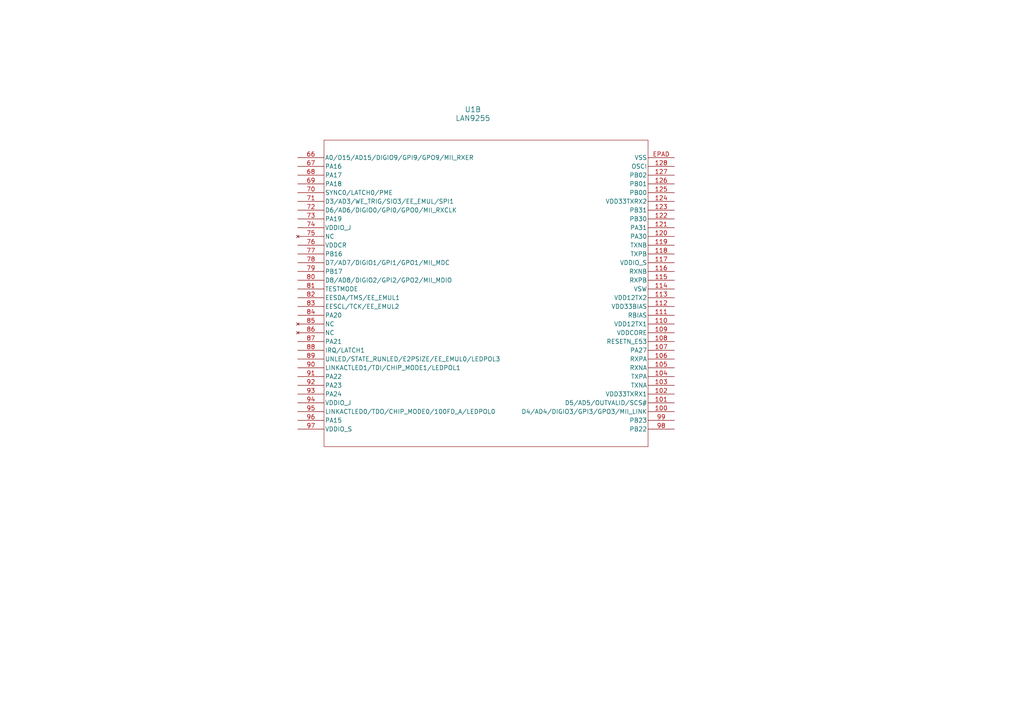
<source format=kicad_sch>
(kicad_sch (version 20231120) (generator "eeschema") (generator_version "8.0")
  (paper "A4")
  (lib_symbols
    (symbol "LAN9255_1" (pin_names (offset 0.254))
      (property "Reference" "U1" (at 50.8 13.97 0))
      (property "Value" "LAN9255" (at 50.8 11.43 0))
      (symbol "LAN9255_1_1_1"
        (polyline (pts (xy 7.62 -86.36) (xy 276.86 -86.36)) (stroke (width 0.127)))
        (polyline (pts (xy 7.62 5.08) (xy 7.62 -86.36)) (stroke (width 0.127)))
        (polyline (pts (xy 276.86 -86.36) (xy 276.86 5.08)) (stroke (width 0.127)))
        (polyline (pts (xy 276.86 5.08) (xy 7.62 5.08)) (stroke (width 0.127)))
        (pin output line (at 0 0 0) (length 7.62) (name "OSCO") (number "1"))
        (pin bidirectional line (at 0 -22.86 0) (length 7.62) (name "PB04") (number "10"))
        (pin bidirectional line (at 0 -25.4 0) (length 7.62) (name "PB05") (number "11"))
        (pin power_in line (at 0 -27.94 0) (length 7.62) (name "VDDCR") (number "12"))
        (pin unspecified line (at 0 -30.48 0) (length 7.62) (name "REG_EN") (number "13"))
        (pin bidirectional line (at 0 -33.02 0) (length 7.62) (name "CLK_25/CLK_25_EN/XTAL_MODE") (number "14"))
        (pin power_out line (at 0 -35.56 0) (length 7.62) (name "GNDANA") (number "15"))
        (pin power_in line (at 0 -38.1 0) (length 7.62) (name "VDDANA") (number "16"))
        (pin bidirectional line (at 0 -40.64 0) (length 7.62) (name "ERRLED/PME/100FD_B/LEDPOL4") (number "17"))
        (pin bidirectional line (at 0 -43.18 0) (length 7.62) (name "WAIT_ACK/PME/LATCH0/EE_EMUL_SPI3") (number "18"))
        (pin bidirectional line (at 0 -45.72 0) (length 7.62) (name "PB06") (number "19"))
        (pin bidirectional line (at 0 -2.54 0) (length 7.62) (name "PB03") (number "2"))
        (pin bidirectional line (at 0 -48.26 0) (length 7.62) (name "PB07") (number "20"))
        (pin unspecified line (at 0 -50.8 0) (length 7.62) (name "RST#") (number "21"))
        (pin bidirectional line (at 0 -53.34 0) (length 7.62) (name "PB08") (number "22"))
        (pin bidirectional line (at 0 -55.88 0) (length 7.62) (name "PB09") (number "23"))
        (pin bidirectional line (at 0 -58.42 0) (length 7.62) (name "D2/AD2/SOF/SIO2/EE_EMUL_SPI0") (number "24"))
        (pin bidirectional line (at 0 -60.96 0) (length 7.62) (name "PA04") (number "25"))
        (pin bidirectional line (at 0 -63.5 0) (length 7.62) (name "D1/AD1/EOF/SO/SIO1") (number "26"))
        (pin bidirectional line (at 0 -66.04 0) (length 7.62) (name "PA05") (number "27"))
        (pin bidirectional line (at 0 -68.58 0) (length 7.62) (name "PA06") (number "28"))
        (pin power_in line (at 0 -71.12 0) (length 7.62) (name "VDDIO_J") (number "29"))
        (pin bidirectional line (at 0 -5.08 0) (length 7.62) (name "PA00") (number "3"))
        (pin bidirectional line (at 0 -73.66 0) (length 7.62) (name "PA07") (number "30"))
        (pin bidirectional line (at 0 -76.2 0) (length 7.62) (name "D14/AD14/DIGIO8/GPI8/GPO8/MII_TXD3/TX_SHIFT1") (number "31"))
        (pin bidirectional line (at 0 -78.74 0) (length 7.62) (name "D13/AD13/DIGIO7/GPI7/GPO7/MII_TXD2/TX_SHIFT0") (number "32"))
        (pin bidirectional line (at 284.48 -81.28 180) (length 7.62) (name "PA08") (number "33"))
        (pin bidirectional line (at 284.48 -78.74 180) (length 7.62) (name "PA09") (number "34"))
        (pin bidirectional line (at 284.48 -76.2 180) (length 7.62) (name "PA10") (number "35"))
        (pin bidirectional line (at 284.48 -73.66 180) (length 7.62) (name "PA11") (number "36"))
        (pin power_in line (at 284.48 -71.12 180) (length 7.62) (name "VDDIOB") (number "37"))
        (pin bidirectional line (at 284.48 -68.58 180) (length 7.62) (name "D0/AD0/WD_STATE/SI/SIO0") (number "38"))
        (pin bidirectional line (at 284.48 -66.04 180) (length 7.62) (name "SYNC1/LATCH1/PME") (number "39"))
        (pin power_in line (at 0 -7.62 0) (length 7.62) (name "OSCVDD12") (number "4"))
        (pin bidirectional line (at 284.48 -63.5 180) (length 7.62) (name "PB10") (number "40"))
        (pin bidirectional line (at 284.48 -60.96 180) (length 7.62) (name "D9/AD9/LATCH_IN/SCK") (number "41"))
        (pin bidirectional line (at 284.48 -58.42 180) (length 7.62) (name "PB11") (number "42"))
        (pin bidirectional line (at 284.48 -55.88 180) (length 7.62) (name "PB12") (number "43"))
        (pin bidirectional line (at 284.48 -53.34 180) (length 7.62) (name "PB13") (number "44"))
        (pin power_in line (at 284.48 -50.8 180) (length 7.62) (name "VDDIO-J") (number "45"))
        (pin bidirectional line (at 284.48 -48.26 180) (length 7.62) (name "PB14") (number "46"))
        (pin bidirectional line (at 284.48 -45.72 180) (length 7.62) (name "PB15") (number "47"))
        (pin no_connect line (at 284.48 -43.18 180) (length 7.62) (name "NC") (number "48"))
        (pin bidirectional line (at 284.48 -40.64 180) (length 7.62) (name "D12/AD12/DIGIO6/GPI6/GPO6/MII_TXD1/100FD_B") (number "49"))
        (pin bidirectional line (at 0 -10.16 0) (length 7.62) (name "PA01") (number "5"))
        (pin bidirectional line (at 284.48 -38.1 180) (length 7.62) (name "D11/AD11/DIGIO5/GPI5/GPO5/MII_TXD0/100FD_A") (number "50"))
        (pin bidirectional line (at 284.48 -35.56 180) (length 7.62) (name "D10/AD10/DIGIO4/GPI4/GPO4/MII_TXEN") (number "51"))
        (pin power_in line (at 284.48 -33.02 180) (length 7.62) (name "VDDCR") (number "52"))
        (pin bidirectional line (at 284.48 -30.48 180) (length 7.62) (name "A1/ALELO/OE_EXT/MII_CLK25/EE_EMUL_SPI2") (number "53"))
        (pin bidirectional line (at 284.48 -27.94 180) (length 7.62) (name "A3/BE0/DIGIO11/GPI11/GPO11/MII_RXDV") (number "54"))
        (pin bidirectional line (at 284.48 -25.4 180) (length 7.62) (name "A4/BE1/DIGIO12/GPI12/GPO12/MII_RXD0") (number "55"))
        (pin bidirectional line (at 284.48 -22.86 180) (length 7.62) (name "CS/DIGIO13/GPI13/GPO13/MII_RXD1") (number "56"))
        (pin bidirectional line (at 284.48 -20.32 180) (length 7.62) (name "A2/ALEHI/DIGIO10/GPI10/GPO10/LINKACTLED2/EE_EMUL_ALELO_POL/MII_LINKPOL/LEDPOL2") (number "57"))
        (pin bidirectional line (at 284.48 -17.78 180) (length 7.62) (name "WR/ENB/DIGIO14/GPI14/GPO14/MII_RXD2") (number "58"))
        (pin bidirectional line (at 284.48 -15.24 180) (length 7.62) (name "RD/RD_WR/DIGIO15/GPI15/GPO15/MII_RXD3") (number "59"))
        (pin power_out line (at 0 -12.7 0) (length 7.62) (name "OSCVSS") (number "6"))
        (pin power_in line (at 284.48 -12.7 180) (length 7.62) (name "VDDIO_J") (number "60"))
        (pin bidirectional line (at 284.48 -10.16 180) (length 7.62) (name "PA12") (number "61"))
        (pin bidirectional line (at 284.48 -7.62 180) (length 7.62) (name "PA13") (number "62"))
        (pin bidirectional line (at 284.48 -5.08 180) (length 7.62) (name "PA14") (number "63"))
        (pin bidirectional line (at 284.48 -2.54 180) (length 7.62) (name "PA15") (number "64"))
        (pin power_in line (at 284.48 0 180) (length 7.62) (name "VDDIO_S") (number "65"))
        (pin power_in line (at 0 -15.24 0) (length 7.62) (name "VDD33") (number "7"))
        (pin bidirectional line (at 0 -17.78 0) (length 7.62) (name "PA02") (number "8"))
        (pin bidirectional line (at 0 -20.32 0) (length 7.62) (name "PA03") (number "9"))
      )
      (symbol "LAN9255_1_2_1"
        (polyline (pts (xy 7.62 -83.82) (xy 101.6 -83.82)) (stroke (width 0.127)))
        (polyline (pts (xy 7.62 5.08) (xy 7.62 -83.82)) (stroke (width 0.127)))
        (polyline (pts (xy 101.6 -83.82) (xy 101.6 5.08)) (stroke (width 0.127)))
        (polyline (pts (xy 101.6 5.08) (xy 7.62 5.08)) (stroke (width 0.127)))
        (pin bidirectional line (at 109.22 -73.66 180) (length 7.62) (name "D4/AD4/DIGIO3/GPI3/GPO3/MII_LINK") (number "100"))
        (pin bidirectional line (at 109.22 -71.12 180) (length 7.62) (name "D5/AD5/OUTVALID/SCS#") (number "101"))
        (pin power_in line (at 109.22 -68.58 180) (length 7.62) (name "VDD33TXRX1") (number "102"))
        (pin unspecified line (at 109.22 -66.04 180) (length 7.62) (name "TXNA") (number "103"))
        (pin unspecified line (at 109.22 -63.5 180) (length 7.62) (name "TXPA") (number "104"))
        (pin unspecified line (at 109.22 -60.96 180) (length 7.62) (name "RXNA") (number "105"))
        (pin unspecified line (at 109.22 -58.42 180) (length 7.62) (name "RXPA") (number "106"))
        (pin bidirectional line (at 109.22 -55.88 180) (length 7.62) (name "PA27") (number "107"))
        (pin unspecified line (at 109.22 -53.34 180) (length 7.62) (name "RESETN_E53") (number "108"))
        (pin power_in line (at 109.22 -50.8 180) (length 7.62) (name "VDDCORE") (number "109"))
        (pin power_in line (at 109.22 -48.26 180) (length 7.62) (name "VDD12TX1") (number "110"))
        (pin bidirectional line (at 109.22 -45.72 180) (length 7.62) (name "RBIAS") (number "111"))
        (pin power_in line (at 109.22 -43.18 180) (length 7.62) (name "VDD33BIAS") (number "112"))
        (pin power_in line (at 109.22 -40.64 180) (length 7.62) (name "VDD12TX2") (number "113"))
        (pin power_in line (at 109.22 -38.1 180) (length 7.62) (name "VSW") (number "114"))
        (pin unspecified line (at 109.22 -35.56 180) (length 7.62) (name "RXPB") (number "115"))
        (pin unspecified line (at 109.22 -33.02 180) (length 7.62) (name "RXNB") (number "116"))
        (pin power_in line (at 109.22 -30.48 180) (length 7.62) (name "VDDIO_S") (number "117"))
        (pin unspecified line (at 109.22 -27.94 180) (length 7.62) (name "TXPB") (number "118"))
        (pin unspecified line (at 109.22 -25.4 180) (length 7.62) (name "TXNB") (number "119"))
        (pin bidirectional line (at 109.22 -22.86 180) (length 7.62) (name "PA30") (number "120"))
        (pin bidirectional line (at 109.22 -20.32 180) (length 7.62) (name "PA31") (number "121"))
        (pin bidirectional line (at 109.22 -17.78 180) (length 7.62) (name "PB30") (number "122"))
        (pin bidirectional line (at 109.22 -15.24 180) (length 7.62) (name "PB31") (number "123"))
        (pin power_in line (at 109.22 -12.7 180) (length 7.62) (name "VDD33TXRX2") (number "124"))
        (pin bidirectional line (at 109.22 -10.16 180) (length 7.62) (name "PB00") (number "125"))
        (pin bidirectional line (at 109.22 -7.62 180) (length 7.62) (name "PB01") (number "126"))
        (pin bidirectional line (at 109.22 -5.08 180) (length 7.62) (name "PB02") (number "127"))
        (pin input line (at 109.22 -2.54 180) (length 7.62) (name "OSCI") (number "128"))
        (pin bidirectional line (at 0 0 0) (length 7.62) (name "A0/D15/AD15/DIGIO9/GPI9/GPO9/MII_RXER") (number "66"))
        (pin bidirectional line (at 0 -2.54 0) (length 7.62) (name "PA16") (number "67"))
        (pin bidirectional line (at 0 -5.08 0) (length 7.62) (name "PA17") (number "68"))
        (pin bidirectional line (at 0 -7.62 0) (length 7.62) (name "PA18") (number "69"))
        (pin bidirectional line (at 0 -10.16 0) (length 7.62) (name "SYNC0/LATCH0/PME") (number "70"))
        (pin bidirectional line (at 0 -12.7 0) (length 7.62) (name "D3/AD3/WE_TRIG/SIO3/EE_EMUL/SPI1") (number "71"))
        (pin bidirectional line (at 0 -15.24 0) (length 7.62) (name "D6/AD6/DIGIO0/GPI0/GPO0/MII_RXCLK") (number "72"))
        (pin bidirectional line (at 0 -17.78 0) (length 7.62) (name "PA19") (number "73"))
        (pin power_in line (at 0 -20.32 0) (length 7.62) (name "VDDIO_J") (number "74"))
        (pin no_connect line (at 0 -22.86 0) (length 7.62) (name "NC") (number "75"))
        (pin power_in line (at 0 -25.4 0) (length 7.62) (name "VDDCR") (number "76"))
        (pin bidirectional line (at 0 -27.94 0) (length 7.62) (name "PB16") (number "77"))
        (pin bidirectional line (at 0 -30.48 0) (length 7.62) (name "D7/AD7/DIGIO1/GPI1/GPO1/MII_MDC") (number "78"))
        (pin bidirectional line (at 0 -33.02 0) (length 7.62) (name "PB17") (number "79"))
        (pin bidirectional line (at 0 -35.56 0) (length 7.62) (name "D8/AD8/DIGIO2/GPI2/GPO2/MII_MDIO") (number "80"))
        (pin unspecified line (at 0 -38.1 0) (length 7.62) (name "TESTMODE") (number "81"))
        (pin bidirectional line (at 0 -40.64 0) (length 7.62) (name "EESDA/TMS/EE_EMUL1") (number "82"))
        (pin bidirectional line (at 0 -43.18 0) (length 7.62) (name "EESCL/TCK/EE_EMUL2") (number "83"))
        (pin bidirectional line (at 0 -45.72 0) (length 7.62) (name "PA20") (number "84"))
        (pin no_connect line (at 0 -48.26 0) (length 7.62) (name "NC") (number "85"))
        (pin no_connect line (at 0 -50.8 0) (length 7.62) (name "NC") (number "86"))
        (pin bidirectional line (at 0 -53.34 0) (length 7.62) (name "PA21") (number "87"))
        (pin bidirectional line (at 0 -55.88 0) (length 7.62) (name "IRQ/LATCH1") (number "88"))
        (pin bidirectional line (at 0 -58.42 0) (length 7.62) (name "UNLED/STATE_RUNLED/E2PSIZE/EE_EMUL0/LEDPOL3") (number "89"))
        (pin bidirectional line (at 0 -60.96 0) (length 7.62) (name "LINKACTLED1/TDI/CHIP_MODE1/LEDPOL1") (number "90"))
        (pin bidirectional line (at 0 -63.5 0) (length 7.62) (name "PA22") (number "91"))
        (pin bidirectional line (at 0 -66.04 0) (length 7.62) (name "PA23") (number "92"))
        (pin bidirectional line (at 0 -68.58 0) (length 7.62) (name "PA24") (number "93"))
        (pin power_in line (at 0 -71.12 0) (length 7.62) (name "VDDIO_J") (number "94"))
        (pin bidirectional line (at 0 -73.66 0) (length 7.62) (name "LINKACTLED0/TDO/CHIP_MODE0/100FD_A/LEDPOL0") (number "95"))
        (pin bidirectional line (at 0 -76.2 0) (length 7.62) (name "PA15") (number "96"))
        (pin power_in line (at 0 -78.74 0) (length 7.62) (name "VDDIO_S") (number "97"))
        (pin bidirectional line (at 109.22 -78.74 180) (length 7.62) (name "PB22") (number "98"))
        (pin bidirectional line (at 109.22 -76.2 180) (length 7.62) (name "PB23") (number "99"))
        (pin power_out line (at 109.22 0 180) (length 7.62) (name "VSS") (number "EPAD"))
      )
      (symbol "LAN9255_1_3_1"
        (polyline (pts (xy 7.62 -86.36) (xy 62.23 -86.36)) (stroke (width 0.127)))
        (polyline (pts (xy 7.62 5.08) (xy 7.62 -86.36)) (stroke (width 0.127)))
        (polyline (pts (xy 62.23 5.08) (xy 7.62 5.08)) (stroke (width 0.127)))
        (polyline (pts (xy 62.23 5.08) (xy 62.23 -86.36)) (stroke (width 0.127)))
      )
    )
  )
  (symbol (lib_name "LAN9255_1") (lib_id "LAN9255:LAN9255") (at 86.36 45.72 0) (unit 2)
    (property "Reference" "U1" (at 137.16 31.75 0) (effects (font (size 1.524 1.524))))
    (property "Value" "LAN9255" (at 137.16 34.29 0) (effects (font (size 1.524 1.524))))
    (property "Footprint" "128-TQFP_9.0EPAD_MCH" (effects (hide yes)))
    (property "Datasheet" "LAN9255" (effects (hide yes)))
  )
)
</source>
